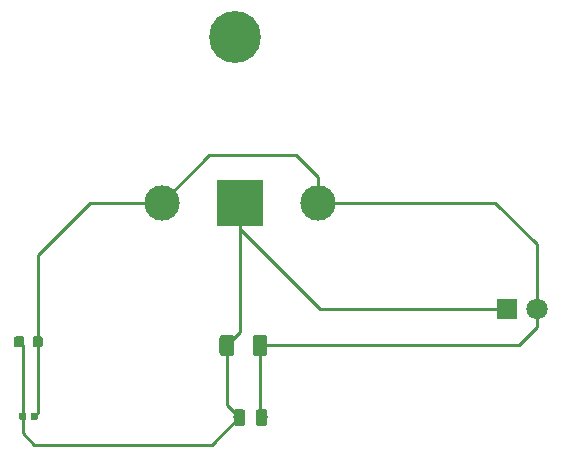
<source format=gbl>
G04 #@! TF.GenerationSoftware,KiCad,Pcbnew,5.1.2*
G04 #@! TF.CreationDate,2019-10-11T22:10:39-04:00*
G04 #@! TF.ProjectId,rochester_makerfaire,726f6368-6573-4746-9572-5f6d616b6572,rev?*
G04 #@! TF.SameCoordinates,Original*
G04 #@! TF.FileFunction,Copper,L2,Bot*
G04 #@! TF.FilePolarity,Positive*
%FSLAX46Y46*%
G04 Gerber Fmt 4.6, Leading zero omitted, Abs format (unit mm)*
G04 Created by KiCad (PCBNEW 5.1.2) date 2019-10-11 22:10:39*
%MOMM*%
%LPD*%
G04 APERTURE LIST*
%ADD10C,4.400000*%
%ADD11C,1.800000*%
%ADD12R,1.800000X1.800000*%
%ADD13R,4.000000X4.000000*%
%ADD14C,3.000000*%
%ADD15C,0.100000*%
%ADD16C,1.250000*%
%ADD17C,0.975000*%
%ADD18C,0.875000*%
%ADD19C,0.590000*%
%ADD20C,0.250000*%
G04 APERTURE END LIST*
D10*
X82000000Y-58000000D03*
D11*
X107540000Y-81000000D03*
D12*
X105000000Y-81000000D03*
D13*
X82400000Y-72000000D03*
D14*
X75800000Y-72000000D03*
X89000000Y-72000000D03*
D15*
G36*
X81699504Y-83226204D02*
G01*
X81723773Y-83229804D01*
X81747571Y-83235765D01*
X81770671Y-83244030D01*
X81792849Y-83254520D01*
X81813893Y-83267133D01*
X81833598Y-83281747D01*
X81851777Y-83298223D01*
X81868253Y-83316402D01*
X81882867Y-83336107D01*
X81895480Y-83357151D01*
X81905970Y-83379329D01*
X81914235Y-83402429D01*
X81920196Y-83426227D01*
X81923796Y-83450496D01*
X81925000Y-83475000D01*
X81925000Y-84725000D01*
X81923796Y-84749504D01*
X81920196Y-84773773D01*
X81914235Y-84797571D01*
X81905970Y-84820671D01*
X81895480Y-84842849D01*
X81882867Y-84863893D01*
X81868253Y-84883598D01*
X81851777Y-84901777D01*
X81833598Y-84918253D01*
X81813893Y-84932867D01*
X81792849Y-84945480D01*
X81770671Y-84955970D01*
X81747571Y-84964235D01*
X81723773Y-84970196D01*
X81699504Y-84973796D01*
X81675000Y-84975000D01*
X80925000Y-84975000D01*
X80900496Y-84973796D01*
X80876227Y-84970196D01*
X80852429Y-84964235D01*
X80829329Y-84955970D01*
X80807151Y-84945480D01*
X80786107Y-84932867D01*
X80766402Y-84918253D01*
X80748223Y-84901777D01*
X80731747Y-84883598D01*
X80717133Y-84863893D01*
X80704520Y-84842849D01*
X80694030Y-84820671D01*
X80685765Y-84797571D01*
X80679804Y-84773773D01*
X80676204Y-84749504D01*
X80675000Y-84725000D01*
X80675000Y-83475000D01*
X80676204Y-83450496D01*
X80679804Y-83426227D01*
X80685765Y-83402429D01*
X80694030Y-83379329D01*
X80704520Y-83357151D01*
X80717133Y-83336107D01*
X80731747Y-83316402D01*
X80748223Y-83298223D01*
X80766402Y-83281747D01*
X80786107Y-83267133D01*
X80807151Y-83254520D01*
X80829329Y-83244030D01*
X80852429Y-83235765D01*
X80876227Y-83229804D01*
X80900496Y-83226204D01*
X80925000Y-83225000D01*
X81675000Y-83225000D01*
X81699504Y-83226204D01*
X81699504Y-83226204D01*
G37*
D16*
X81300000Y-84100000D03*
D15*
G36*
X84499504Y-83226204D02*
G01*
X84523773Y-83229804D01*
X84547571Y-83235765D01*
X84570671Y-83244030D01*
X84592849Y-83254520D01*
X84613893Y-83267133D01*
X84633598Y-83281747D01*
X84651777Y-83298223D01*
X84668253Y-83316402D01*
X84682867Y-83336107D01*
X84695480Y-83357151D01*
X84705970Y-83379329D01*
X84714235Y-83402429D01*
X84720196Y-83426227D01*
X84723796Y-83450496D01*
X84725000Y-83475000D01*
X84725000Y-84725000D01*
X84723796Y-84749504D01*
X84720196Y-84773773D01*
X84714235Y-84797571D01*
X84705970Y-84820671D01*
X84695480Y-84842849D01*
X84682867Y-84863893D01*
X84668253Y-84883598D01*
X84651777Y-84901777D01*
X84633598Y-84918253D01*
X84613893Y-84932867D01*
X84592849Y-84945480D01*
X84570671Y-84955970D01*
X84547571Y-84964235D01*
X84523773Y-84970196D01*
X84499504Y-84973796D01*
X84475000Y-84975000D01*
X83725000Y-84975000D01*
X83700496Y-84973796D01*
X83676227Y-84970196D01*
X83652429Y-84964235D01*
X83629329Y-84955970D01*
X83607151Y-84945480D01*
X83586107Y-84932867D01*
X83566402Y-84918253D01*
X83548223Y-84901777D01*
X83531747Y-84883598D01*
X83517133Y-84863893D01*
X83504520Y-84842849D01*
X83494030Y-84820671D01*
X83485765Y-84797571D01*
X83479804Y-84773773D01*
X83476204Y-84749504D01*
X83475000Y-84725000D01*
X83475000Y-83475000D01*
X83476204Y-83450496D01*
X83479804Y-83426227D01*
X83485765Y-83402429D01*
X83494030Y-83379329D01*
X83504520Y-83357151D01*
X83517133Y-83336107D01*
X83531747Y-83316402D01*
X83548223Y-83298223D01*
X83566402Y-83281747D01*
X83586107Y-83267133D01*
X83607151Y-83254520D01*
X83629329Y-83244030D01*
X83652429Y-83235765D01*
X83676227Y-83229804D01*
X83700496Y-83226204D01*
X83725000Y-83225000D01*
X84475000Y-83225000D01*
X84499504Y-83226204D01*
X84499504Y-83226204D01*
G37*
D16*
X84100000Y-84100000D03*
D15*
G36*
X82630142Y-89501174D02*
G01*
X82653803Y-89504684D01*
X82677007Y-89510496D01*
X82699529Y-89518554D01*
X82721153Y-89528782D01*
X82741670Y-89541079D01*
X82760883Y-89555329D01*
X82778607Y-89571393D01*
X82794671Y-89589117D01*
X82808921Y-89608330D01*
X82821218Y-89628847D01*
X82831446Y-89650471D01*
X82839504Y-89672993D01*
X82845316Y-89696197D01*
X82848826Y-89719858D01*
X82850000Y-89743750D01*
X82850000Y-90656250D01*
X82848826Y-90680142D01*
X82845316Y-90703803D01*
X82839504Y-90727007D01*
X82831446Y-90749529D01*
X82821218Y-90771153D01*
X82808921Y-90791670D01*
X82794671Y-90810883D01*
X82778607Y-90828607D01*
X82760883Y-90844671D01*
X82741670Y-90858921D01*
X82721153Y-90871218D01*
X82699529Y-90881446D01*
X82677007Y-90889504D01*
X82653803Y-90895316D01*
X82630142Y-90898826D01*
X82606250Y-90900000D01*
X82118750Y-90900000D01*
X82094858Y-90898826D01*
X82071197Y-90895316D01*
X82047993Y-90889504D01*
X82025471Y-90881446D01*
X82003847Y-90871218D01*
X81983330Y-90858921D01*
X81964117Y-90844671D01*
X81946393Y-90828607D01*
X81930329Y-90810883D01*
X81916079Y-90791670D01*
X81903782Y-90771153D01*
X81893554Y-90749529D01*
X81885496Y-90727007D01*
X81879684Y-90703803D01*
X81876174Y-90680142D01*
X81875000Y-90656250D01*
X81875000Y-89743750D01*
X81876174Y-89719858D01*
X81879684Y-89696197D01*
X81885496Y-89672993D01*
X81893554Y-89650471D01*
X81903782Y-89628847D01*
X81916079Y-89608330D01*
X81930329Y-89589117D01*
X81946393Y-89571393D01*
X81964117Y-89555329D01*
X81983330Y-89541079D01*
X82003847Y-89528782D01*
X82025471Y-89518554D01*
X82047993Y-89510496D01*
X82071197Y-89504684D01*
X82094858Y-89501174D01*
X82118750Y-89500000D01*
X82606250Y-89500000D01*
X82630142Y-89501174D01*
X82630142Y-89501174D01*
G37*
D17*
X82362500Y-90200000D03*
D15*
G36*
X84505142Y-89501174D02*
G01*
X84528803Y-89504684D01*
X84552007Y-89510496D01*
X84574529Y-89518554D01*
X84596153Y-89528782D01*
X84616670Y-89541079D01*
X84635883Y-89555329D01*
X84653607Y-89571393D01*
X84669671Y-89589117D01*
X84683921Y-89608330D01*
X84696218Y-89628847D01*
X84706446Y-89650471D01*
X84714504Y-89672993D01*
X84720316Y-89696197D01*
X84723826Y-89719858D01*
X84725000Y-89743750D01*
X84725000Y-90656250D01*
X84723826Y-90680142D01*
X84720316Y-90703803D01*
X84714504Y-90727007D01*
X84706446Y-90749529D01*
X84696218Y-90771153D01*
X84683921Y-90791670D01*
X84669671Y-90810883D01*
X84653607Y-90828607D01*
X84635883Y-90844671D01*
X84616670Y-90858921D01*
X84596153Y-90871218D01*
X84574529Y-90881446D01*
X84552007Y-90889504D01*
X84528803Y-90895316D01*
X84505142Y-90898826D01*
X84481250Y-90900000D01*
X83993750Y-90900000D01*
X83969858Y-90898826D01*
X83946197Y-90895316D01*
X83922993Y-90889504D01*
X83900471Y-90881446D01*
X83878847Y-90871218D01*
X83858330Y-90858921D01*
X83839117Y-90844671D01*
X83821393Y-90828607D01*
X83805329Y-90810883D01*
X83791079Y-90791670D01*
X83778782Y-90771153D01*
X83768554Y-90749529D01*
X83760496Y-90727007D01*
X83754684Y-90703803D01*
X83751174Y-90680142D01*
X83750000Y-90656250D01*
X83750000Y-89743750D01*
X83751174Y-89719858D01*
X83754684Y-89696197D01*
X83760496Y-89672993D01*
X83768554Y-89650471D01*
X83778782Y-89628847D01*
X83791079Y-89608330D01*
X83805329Y-89589117D01*
X83821393Y-89571393D01*
X83839117Y-89555329D01*
X83858330Y-89541079D01*
X83878847Y-89528782D01*
X83900471Y-89518554D01*
X83922993Y-89510496D01*
X83946197Y-89504684D01*
X83969858Y-89501174D01*
X83993750Y-89500000D01*
X84481250Y-89500000D01*
X84505142Y-89501174D01*
X84505142Y-89501174D01*
G37*
D17*
X84237500Y-90200000D03*
D15*
G36*
X63952691Y-83326053D02*
G01*
X63973926Y-83329203D01*
X63994750Y-83334419D01*
X64014962Y-83341651D01*
X64034368Y-83350830D01*
X64052781Y-83361866D01*
X64070024Y-83374654D01*
X64085930Y-83389070D01*
X64100346Y-83404976D01*
X64113134Y-83422219D01*
X64124170Y-83440632D01*
X64133349Y-83460038D01*
X64140581Y-83480250D01*
X64145797Y-83501074D01*
X64148947Y-83522309D01*
X64150000Y-83543750D01*
X64150000Y-84056250D01*
X64148947Y-84077691D01*
X64145797Y-84098926D01*
X64140581Y-84119750D01*
X64133349Y-84139962D01*
X64124170Y-84159368D01*
X64113134Y-84177781D01*
X64100346Y-84195024D01*
X64085930Y-84210930D01*
X64070024Y-84225346D01*
X64052781Y-84238134D01*
X64034368Y-84249170D01*
X64014962Y-84258349D01*
X63994750Y-84265581D01*
X63973926Y-84270797D01*
X63952691Y-84273947D01*
X63931250Y-84275000D01*
X63493750Y-84275000D01*
X63472309Y-84273947D01*
X63451074Y-84270797D01*
X63430250Y-84265581D01*
X63410038Y-84258349D01*
X63390632Y-84249170D01*
X63372219Y-84238134D01*
X63354976Y-84225346D01*
X63339070Y-84210930D01*
X63324654Y-84195024D01*
X63311866Y-84177781D01*
X63300830Y-84159368D01*
X63291651Y-84139962D01*
X63284419Y-84119750D01*
X63279203Y-84098926D01*
X63276053Y-84077691D01*
X63275000Y-84056250D01*
X63275000Y-83543750D01*
X63276053Y-83522309D01*
X63279203Y-83501074D01*
X63284419Y-83480250D01*
X63291651Y-83460038D01*
X63300830Y-83440632D01*
X63311866Y-83422219D01*
X63324654Y-83404976D01*
X63339070Y-83389070D01*
X63354976Y-83374654D01*
X63372219Y-83361866D01*
X63390632Y-83350830D01*
X63410038Y-83341651D01*
X63430250Y-83334419D01*
X63451074Y-83329203D01*
X63472309Y-83326053D01*
X63493750Y-83325000D01*
X63931250Y-83325000D01*
X63952691Y-83326053D01*
X63952691Y-83326053D01*
G37*
D18*
X63712500Y-83800000D03*
D15*
G36*
X65527691Y-83326053D02*
G01*
X65548926Y-83329203D01*
X65569750Y-83334419D01*
X65589962Y-83341651D01*
X65609368Y-83350830D01*
X65627781Y-83361866D01*
X65645024Y-83374654D01*
X65660930Y-83389070D01*
X65675346Y-83404976D01*
X65688134Y-83422219D01*
X65699170Y-83440632D01*
X65708349Y-83460038D01*
X65715581Y-83480250D01*
X65720797Y-83501074D01*
X65723947Y-83522309D01*
X65725000Y-83543750D01*
X65725000Y-84056250D01*
X65723947Y-84077691D01*
X65720797Y-84098926D01*
X65715581Y-84119750D01*
X65708349Y-84139962D01*
X65699170Y-84159368D01*
X65688134Y-84177781D01*
X65675346Y-84195024D01*
X65660930Y-84210930D01*
X65645024Y-84225346D01*
X65627781Y-84238134D01*
X65609368Y-84249170D01*
X65589962Y-84258349D01*
X65569750Y-84265581D01*
X65548926Y-84270797D01*
X65527691Y-84273947D01*
X65506250Y-84275000D01*
X65068750Y-84275000D01*
X65047309Y-84273947D01*
X65026074Y-84270797D01*
X65005250Y-84265581D01*
X64985038Y-84258349D01*
X64965632Y-84249170D01*
X64947219Y-84238134D01*
X64929976Y-84225346D01*
X64914070Y-84210930D01*
X64899654Y-84195024D01*
X64886866Y-84177781D01*
X64875830Y-84159368D01*
X64866651Y-84139962D01*
X64859419Y-84119750D01*
X64854203Y-84098926D01*
X64851053Y-84077691D01*
X64850000Y-84056250D01*
X64850000Y-83543750D01*
X64851053Y-83522309D01*
X64854203Y-83501074D01*
X64859419Y-83480250D01*
X64866651Y-83460038D01*
X64875830Y-83440632D01*
X64886866Y-83422219D01*
X64899654Y-83404976D01*
X64914070Y-83389070D01*
X64929976Y-83374654D01*
X64947219Y-83361866D01*
X64965632Y-83350830D01*
X64985038Y-83341651D01*
X65005250Y-83334419D01*
X65026074Y-83329203D01*
X65047309Y-83326053D01*
X65068750Y-83325000D01*
X65506250Y-83325000D01*
X65527691Y-83326053D01*
X65527691Y-83326053D01*
G37*
D18*
X65287500Y-83800000D03*
D15*
G36*
X64176958Y-89780710D02*
G01*
X64191276Y-89782834D01*
X64205317Y-89786351D01*
X64218946Y-89791228D01*
X64232031Y-89797417D01*
X64244447Y-89804858D01*
X64256073Y-89813481D01*
X64266798Y-89823202D01*
X64276519Y-89833927D01*
X64285142Y-89845553D01*
X64292583Y-89857969D01*
X64298772Y-89871054D01*
X64303649Y-89884683D01*
X64307166Y-89898724D01*
X64309290Y-89913042D01*
X64310000Y-89927500D01*
X64310000Y-90272500D01*
X64309290Y-90286958D01*
X64307166Y-90301276D01*
X64303649Y-90315317D01*
X64298772Y-90328946D01*
X64292583Y-90342031D01*
X64285142Y-90354447D01*
X64276519Y-90366073D01*
X64266798Y-90376798D01*
X64256073Y-90386519D01*
X64244447Y-90395142D01*
X64232031Y-90402583D01*
X64218946Y-90408772D01*
X64205317Y-90413649D01*
X64191276Y-90417166D01*
X64176958Y-90419290D01*
X64162500Y-90420000D01*
X63867500Y-90420000D01*
X63853042Y-90419290D01*
X63838724Y-90417166D01*
X63824683Y-90413649D01*
X63811054Y-90408772D01*
X63797969Y-90402583D01*
X63785553Y-90395142D01*
X63773927Y-90386519D01*
X63763202Y-90376798D01*
X63753481Y-90366073D01*
X63744858Y-90354447D01*
X63737417Y-90342031D01*
X63731228Y-90328946D01*
X63726351Y-90315317D01*
X63722834Y-90301276D01*
X63720710Y-90286958D01*
X63720000Y-90272500D01*
X63720000Y-89927500D01*
X63720710Y-89913042D01*
X63722834Y-89898724D01*
X63726351Y-89884683D01*
X63731228Y-89871054D01*
X63737417Y-89857969D01*
X63744858Y-89845553D01*
X63753481Y-89833927D01*
X63763202Y-89823202D01*
X63773927Y-89813481D01*
X63785553Y-89804858D01*
X63797969Y-89797417D01*
X63811054Y-89791228D01*
X63824683Y-89786351D01*
X63838724Y-89782834D01*
X63853042Y-89780710D01*
X63867500Y-89780000D01*
X64162500Y-89780000D01*
X64176958Y-89780710D01*
X64176958Y-89780710D01*
G37*
D19*
X64015000Y-90100000D03*
D15*
G36*
X65146958Y-89780710D02*
G01*
X65161276Y-89782834D01*
X65175317Y-89786351D01*
X65188946Y-89791228D01*
X65202031Y-89797417D01*
X65214447Y-89804858D01*
X65226073Y-89813481D01*
X65236798Y-89823202D01*
X65246519Y-89833927D01*
X65255142Y-89845553D01*
X65262583Y-89857969D01*
X65268772Y-89871054D01*
X65273649Y-89884683D01*
X65277166Y-89898724D01*
X65279290Y-89913042D01*
X65280000Y-89927500D01*
X65280000Y-90272500D01*
X65279290Y-90286958D01*
X65277166Y-90301276D01*
X65273649Y-90315317D01*
X65268772Y-90328946D01*
X65262583Y-90342031D01*
X65255142Y-90354447D01*
X65246519Y-90366073D01*
X65236798Y-90376798D01*
X65226073Y-90386519D01*
X65214447Y-90395142D01*
X65202031Y-90402583D01*
X65188946Y-90408772D01*
X65175317Y-90413649D01*
X65161276Y-90417166D01*
X65146958Y-90419290D01*
X65132500Y-90420000D01*
X64837500Y-90420000D01*
X64823042Y-90419290D01*
X64808724Y-90417166D01*
X64794683Y-90413649D01*
X64781054Y-90408772D01*
X64767969Y-90402583D01*
X64755553Y-90395142D01*
X64743927Y-90386519D01*
X64733202Y-90376798D01*
X64723481Y-90366073D01*
X64714858Y-90354447D01*
X64707417Y-90342031D01*
X64701228Y-90328946D01*
X64696351Y-90315317D01*
X64692834Y-90301276D01*
X64690710Y-90286958D01*
X64690000Y-90272500D01*
X64690000Y-89927500D01*
X64690710Y-89913042D01*
X64692834Y-89898724D01*
X64696351Y-89884683D01*
X64701228Y-89871054D01*
X64707417Y-89857969D01*
X64714858Y-89845553D01*
X64723481Y-89833927D01*
X64733202Y-89823202D01*
X64743927Y-89813481D01*
X64755553Y-89804858D01*
X64767969Y-89797417D01*
X64781054Y-89791228D01*
X64794683Y-89786351D01*
X64808724Y-89782834D01*
X64823042Y-89780710D01*
X64837500Y-89780000D01*
X65132500Y-89780000D01*
X65146958Y-89780710D01*
X65146958Y-89780710D01*
G37*
D19*
X64985000Y-90100000D03*
D20*
X82400000Y-74250000D02*
X82400000Y-72000000D01*
X89150000Y-81000000D02*
X82400000Y-74250000D01*
X105000000Y-81000000D02*
X89150000Y-81000000D01*
X105062500Y-81062500D02*
X105000000Y-81000000D01*
X82400000Y-83000000D02*
X81300000Y-84100000D01*
X82400000Y-72000000D02*
X82400000Y-83000000D01*
X81300000Y-89137500D02*
X82362500Y-90200000D01*
X81300000Y-84100000D02*
X81300000Y-89137500D01*
X80062500Y-92500000D02*
X65000000Y-92500000D01*
X82362500Y-90200000D02*
X80062500Y-92500000D01*
X64015000Y-91515000D02*
X64015000Y-90100000D01*
X65000000Y-92500000D02*
X64015000Y-91515000D01*
X64015000Y-84102500D02*
X63712500Y-83800000D01*
X64015000Y-90100000D02*
X64015000Y-84102500D01*
X107540000Y-81000000D02*
X107540000Y-75540000D01*
X107540000Y-75540000D02*
X104000000Y-72000000D01*
X104000000Y-72000000D02*
X89000000Y-72000000D01*
X89000000Y-69878680D02*
X87121320Y-68000000D01*
X89000000Y-72000000D02*
X89000000Y-69878680D01*
X79800000Y-68000000D02*
X75800000Y-72000000D01*
X87121320Y-68000000D02*
X79800000Y-68000000D01*
X107540000Y-81000000D02*
X107540000Y-82560000D01*
X106000000Y-84100000D02*
X84100000Y-84100000D01*
X107540000Y-82560000D02*
X106000000Y-84100000D01*
X84100000Y-90062500D02*
X84237500Y-90200000D01*
X84100000Y-84100000D02*
X84100000Y-90062500D01*
X65287500Y-76412500D02*
X65287500Y-83800000D01*
X75800000Y-72000000D02*
X69700000Y-72000000D01*
X69700000Y-72000000D02*
X65287500Y-76412500D01*
X65287500Y-89797500D02*
X64985000Y-90100000D01*
X65287500Y-83800000D02*
X65287500Y-89797500D01*
M02*

</source>
